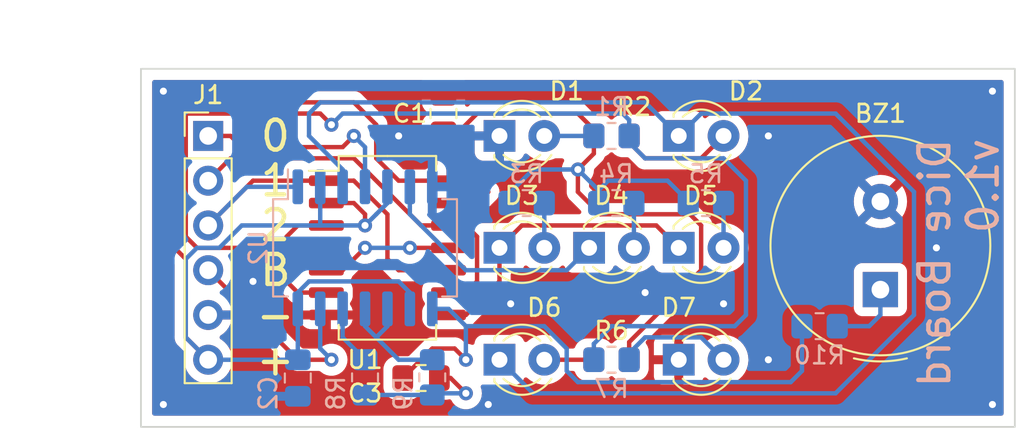
<source format=kicad_pcb>
(kicad_pcb (version 20211014) (generator pcbnew)
  (layers (0 "F.Cu" signal) (31 "B.Cu" signal) (34 "B.Paste" user) (35 "F.Paste" user) (36 "B.SilkS" user "B.Silkscreen") (37 "F.SilkS" user "F.Silkscreen") (38 "B.Mask" user) (39 "F.Mask" user) (44 "Edge.Cuts" user))
  (net 0 "")
  (net 1 "Net-(BZ1-Pad1)")
  (net 2 "GND")
  (net 3 "VCC")
  (net 4 "Net-(C3-Pad1)")
  (net 5 "Net-(C3-Pad2)")
  (net 6 "Net-(D1-Pad2)")
  (net 7 "/~{B}")
  (net 8 "Net-(D2-Pad2)")
  (net 9 "/~{C}")
  (net 10 "Net-(D3-Pad2)")
  (net 11 "/~{D}")
  (net 12 "Net-(D4-Pad2)")
  (net 13 "Net-(D5-Pad2)")
  (net 14 "Net-(D6-Pad2)")
  (net 15 "Net-(D7-Pad2)")
  (net 16 "/in1")
  (net 17 "/in2")
  (net 18 "/inB")
  (net 19 "/A")
  (net 20 "Net-(R8-Pad1)")
  (net 21 "Net-(R9-Pad1)")
  (net 22 "Net-(U1-Pad3)")
  (net 23 "Net-(U1-Pad11)")
  (net 24 "/in0")
  (footprint "LED_THT:LED_D3.0mm_Clear" (layer "F.Cu") (at 130.81 92.71)
    (fp_text reference "D3" (at 1.27 -2.96) (layer "F.SilkS"))
    (fp_text value "LED")
    (fp_line (start -0.29 -1.236) (end -0.29 -1.08) (layer "F.SilkS") (width 0.12))
    (fp_line (start -0.29 1.08) (end -0.29 1.236) (layer "F.SilkS") (width 0.12))
    (fp_arc (start 0.229039 -1.08) (mid 1.270117 -1.5) (end 2.31113 -1.079837) (layer "F.SilkS") (width 0.12))
    (fp_arc (start 2.942335 1.078608) (mid 1.366487 1.987659) (end -0.29 1.235516) (layer "F.SilkS") (width 0.12))
    (fp_arc (start -0.29 -1.235516) (mid 1.366487 -1.987659) (end 2.942335 -1.078608) (layer "F.SilkS") (width 0.12))
    (fp_arc (start 2.31113 1.079837) (mid 1.270117 1.5) (end 0.229039 1.08) (layer "F.SilkS") (width 0.12))
    (pad "1" thru_hole rect (at 0 0) (size 1.8 1.8) (drill 0.9) (layers *.Cu *.Mask) (net 9 "/~{C}"))
    (pad "2" thru_hole circle (at 2.54 0) (size 1.8 1.8) (drill 0.9) (layers *.Cu *.Mask) (net 10 "Net-(D3-Pad2)"))
  )
  (footprint "LED_THT:LED_D3.0mm_Clear" (layer "F.Cu") (at 140.97 86.36)
    (fp_text reference "D2" (at 3.81 -2.54) (layer "F.SilkS"))
    (fp_text value "LED")
    (fp_line (start -0.29 -1.236) (end -0.29 -1.08) (layer "F.SilkS") (width 0.12))
    (fp_line (start -0.29 1.08) (end -0.29 1.236) (layer "F.SilkS") (width 0.12))
    (fp_arc (start 0.229039 -1.08) (mid 1.270117 -1.5) (end 2.31113 -1.079837) (layer "F.SilkS") (width 0.12))
    (fp_arc (start -0.29 -1.235516) (mid 1.366487 -1.987659) (end 2.942335 -1.078608) (layer "F.SilkS") (width 0.12))
    (fp_arc (start 2.942335 1.078608) (mid 1.366487 1.987659) (end -0.29 1.235516) (layer "F.SilkS") (width 0.12))
    (fp_arc (start 2.31113 1.079837) (mid 1.270117 1.5) (end 0.229039 1.08) (layer "F.SilkS") (width 0.12))
    (pad "1" thru_hole rect (at 0 0) (size 1.8 1.8) (drill 0.9) (layers *.Cu *.Mask) (net 7 "/~{B}"))
    (pad "2" thru_hole circle (at 2.54 0) (size 1.8 1.8) (drill 0.9) (layers *.Cu *.Mask) (net 8 "Net-(D2-Pad2)"))
  )
  (footprint "LED_THT:LED_D3.0mm_Clear" (layer "F.Cu") (at 140.97 92.71)
    (fp_text reference "D5" (at 1.27 -2.96) (layer "F.SilkS"))
    (fp_text value "LED")
    (fp_line (start -0.29 -1.236) (end -0.29 -1.08) (layer "F.SilkS") (width 0.12))
    (fp_line (start -0.29 1.08) (end -0.29 1.236) (layer "F.SilkS") (width 0.12))
    (fp_arc (start 2.942335 1.078608) (mid 1.366487 1.987659) (end -0.29 1.235516) (layer "F.SilkS") (width 0.12))
    (fp_arc (start 0.229039 -1.08) (mid 1.270117 -1.5) (end 2.31113 -1.079837) (layer "F.SilkS") (width 0.12))
    (fp_arc (start -0.29 -1.235516) (mid 1.366487 -1.987659) (end 2.942335 -1.078608) (layer "F.SilkS") (width 0.12))
    (fp_arc (start 2.31113 1.079837) (mid 1.270117 1.5) (end 0.229039 1.08) (layer "F.SilkS") (width 0.12))
    (pad "1" thru_hole rect (at 0 0) (size 1.8 1.8) (drill 0.9) (layers *.Cu *.Mask) (net 9 "/~{C}"))
    (pad "2" thru_hole circle (at 2.54 0) (size 1.8 1.8) (drill 0.9) (layers *.Cu *.Mask) (net 13 "Net-(D5-Pad2)"))
  )
  (footprint "Resistor_SMD:R_0805_2012Metric_Pad1.20x1.40mm_HandSolder" (layer "F.Cu") (at 137.16 99.06 180)
    (fp_text reference "R6" (at 0 1.65) (layer "F.SilkS"))
    (fp_text value "R")
    (fp_line (start -0.227064 0.735) (end 0.227064 0.735) (layer "F.SilkS") (width 0.12))
    (fp_line (start -0.227064 -0.735) (end 0.227064 -0.735) (layer "F.SilkS") (width 0.12))
    (pad "1" smd roundrect (at -1 0 180) (size 1.2 1.4) (layers "F.Cu" "F.Paste" "F.Mask") (roundrect_rratio 0.2083333333) (net 3 "VCC"))
    (pad "2" smd roundrect (at 1 0 180) (size 1.2 1.4) (layers "F.Cu" "F.Paste" "F.Mask") (roundrect_rratio 0.2083333333) (net 14 "Net-(D6-Pad2)"))
  )
  (footprint "Buzzer_Beeper:Buzzer_TDK_PS1240P02BT_D12.2mm_H6.5mm" (layer "F.Cu") (at 152.4 95.080785 90)
    (fp_text reference "BZ1" (at 9.990785 0 180) (layer "F.SilkS"))
    (fp_text value "Buzzer")
    (fp_arc (start -3.9 1.499999) (mid -4.073431 -0.000001) (end -3.9 -1.5) (layer "F.SilkS") (width 0.12))
    (fp_circle (center 2.5 0) (end 8.73 0) (layer "F.SilkS") (width 0.12) (fill none))
    (pad "1" thru_hole rect (at 0 0 90) (size 2 2) (drill 1) (layers *.Cu *.Mask) (net 1 "Net-(BZ1-Pad1)"))
    (pad "2" thru_hole circle (at 5 0 90) (size 2 2) (drill 1) (layers *.Cu *.Mask) (net 2 "GND"))
  )
  (footprint "LED_THT:LED_D3.0mm_Clear" (layer "F.Cu") (at 140.97 99.06)
    (fp_text reference "D7" (at 0 -2.96) (layer "F.SilkS"))
    (fp_text value "LED")
    (fp_line (start -0.29 1.08) (end -0.29 1.236) (layer "F.SilkS") (width 0.12))
    (fp_line (start -0.29 -1.236) (end -0.29 -1.08) (layer "F.SilkS") (width 0.12))
    (fp_arc (start -0.29 -1.235516) (mid 1.366487 -1.987659) (end 2.942335 -1.078608) (layer "F.SilkS") (width 0.12))
    (fp_arc (start 2.31113 1.079837) (mid 1.270117 1.5) (end 0.229039 1.08) (layer "F.SilkS") (width 0.12))
    (fp_arc (start 2.942335 1.078608) (mid 1.366487 1.987659) (end -0.29 1.235516) (layer "F.SilkS") (width 0.12))
    (fp_arc (start 0.229039 -1.08) (mid 1.270117 -1.5) (end 2.31113 -1.079837) (layer "F.SilkS") (width 0.12))
    (pad "1" thru_hole rect (at 0 0) (size 1.8 1.8) (drill 0.9) (layers *.Cu *.Mask) (net 2 "GND"))
    (pad "2" thru_hole circle (at 2.54 0) (size 1.8 1.8) (drill 0.9) (layers *.Cu *.Mask) (net 15 "Net-(D7-Pad2)"))
  )
  (footprint "Resistor_SMD:R_0805_2012Metric_Pad1.20x1.40mm_HandSolder" (layer "F.Cu") (at 137.16 86.36)
    (fp_text reference "R2" (at 1.27 -1.65) (layer "F.SilkS"))
    (fp_text value "R")
    (fp_line (start -0.227064 0.735) (end 0.227064 0.735) (layer "F.SilkS") (width 0.12))
    (fp_line (start -0.227064 -0.735) (end 0.227064 -0.735) (layer "F.SilkS") (width 0.12))
    (pad "1" smd roundrect (at -1 0) (size 1.2 1.4) (layers "F.Cu" "F.Paste" "F.Mask") (roundrect_rratio 0.2083333333) (net 3 "VCC"))
    (pad "2" smd roundrect (at 1 0) (size 1.2 1.4) (layers "F.Cu" "F.Paste" "F.Mask") (roundrect_rratio 0.2083333333) (net 8 "Net-(D2-Pad2)"))
  )
  (footprint "LED_THT:LED_D3.0mm_Clear" (layer "F.Cu") (at 130.81 86.36)
    (fp_text reference "D1" (at 3.81 -2.54) (layer "F.SilkS"))
    (fp_text value "LED")
    (fp_line (start -0.29 -1.236) (end -0.29 -1.08) (layer "F.SilkS") (width 0.12))
    (fp_line (start -0.29 1.08) (end -0.29 1.236) (layer "F.SilkS") (width 0.12))
    (fp_arc (start -0.29 -1.235516) (mid 1.366487 -1.987659) (end 2.942335 -1.078608) (layer "F.SilkS") (width 0.12))
    (fp_arc (start 2.942335 1.078608) (mid 1.366487 1.987659) (end -0.29 1.235516) (layer "F.SilkS") (width 0.12))
    (fp_arc (start 0.229039 -1.08) (mid 1.270117 -1.5) (end 2.31113 -1.079837) (layer "F.SilkS") (width 0.12))
    (fp_arc (start 2.31113 1.079837) (mid 1.270117 1.5) (end 0.229039 1.08) (layer "F.SilkS") (width 0.12))
    (pad "1" thru_hole rect (at 0 0) (size 1.8 1.8) (drill 0.9) (layers *.Cu *.Mask) (net 2 "GND"))
    (pad "2" thru_hole circle (at 2.54 0) (size 1.8 1.8) (drill 0.9) (layers *.Cu *.Mask) (net 6 "Net-(D1-Pad2)"))
  )
  (footprint "LED_THT:LED_D3.0mm_Clear" (layer "F.Cu") (at 130.81 99.06)
    (fp_text reference "D6" (at 2.54 -2.96) (layer "F.SilkS"))
    (fp_text value "LED")
    (fp_line (start -0.29 1.08) (end -0.29 1.236) (layer "F.SilkS") (width 0.12))
    (fp_line (start -0.29 -1.236) (end -0.29 -1.08) (layer "F.SilkS") (width 0.12))
    (fp_arc (start 0.229039 -1.08) (mid 1.270117 -1.5) (end 2.31113 -1.079837) (layer "F.SilkS") (width 0.12))
    (fp_arc (start -0.29 -1.235516) (mid 1.366487 -1.987659) (end 2.942335 -1.078608) (layer "F.SilkS") (width 0.12))
    (fp_arc (start 2.942335 1.078608) (mid 1.366487 1.987659) (end -0.29 1.235516) (layer "F.SilkS") (width 0.12))
    (fp_arc (start 2.31113 1.079837) (mid 1.270117 1.5) (end 0.229039 1.08) (layer "F.SilkS") (width 0.12))
    (pad "1" thru_hole rect (at 0 0) (size 1.8 1.8) (drill 0.9) (layers *.Cu *.Mask) (net 7 "/~{B}"))
    (pad "2" thru_hole circle (at 2.54 0) (size 1.8 1.8) (drill 0.9) (layers *.Cu *.Mask) (net 14 "Net-(D6-Pad2)"))
  )
  (footprint "LED_THT:LED_D3.0mm_Clear" (layer "F.Cu") (at 135.89 92.71)
    (fp_text reference "D4" (at 1.27 -2.96) (layer "F.SilkS"))
    (fp_text value "LED")
    (fp_line (start -0.29 1.08) (end -0.29 1.236) (layer "F.SilkS") (width 0.12))
    (fp_line (start -0.29 -1.236) (end -0.29 -1.08) (layer "F.SilkS") (width 0.12))
    (fp_arc (start 0.229039 -1.08) (mid 1.270117 -1.5) (end 2.31113 -1.079837) (layer "F.SilkS") (width 0.12))
    (fp_arc (start 2.942335 1.078608) (mid 1.366487 1.987659) (end -0.29 1.235516) (layer "F.SilkS") (width 0.12))
    (fp_arc (start -0.29 -1.235516) (mid 1.366487 -1.987659) (end 2.942335 -1.078608) (layer "F.SilkS") (width 0.12))
    (fp_arc (start 2.31113 1.079837) (mid 1.270117 1.5) (end 0.229039 1.08) (layer "F.SilkS") (width 0.12))
    (pad "1" thru_hole rect (at 0 0) (size 1.8 1.8) (drill 0.9) (layers *.Cu *.Mask) (net 11 "/~{D}"))
    (pad "2" thru_hole circle (at 2.54 0) (size 1.8 1.8) (drill 0.9) (layers *.Cu *.Mask) (net 12 "Net-(D4-Pad2)"))
  )
  (footprint "Package_SO:SO-14_5.3x10.2mm_P1.27mm" (layer "F.Cu") (at 124.46 92.71)
    (fp_text reference "U1" (at -1.27 6.35) (layer "F.SilkS"))
    (fp_text value "74HC00")
    (fp_line (start -2.76 5.21) (end -2.76 4.37) (layer "F.SilkS") (width 0.12))
    (fp_line (start -2.76 -4.37) (end -4.45 -4.37) (layer "F.SilkS") (width 0.12))
    (fp_line (start 0 5.21) (end -2.76 5.21) (layer "F.SilkS") (width 0.12))
    (fp_line (start -2.76 -5.21) (end -2.76 -4.37) (layer "F.SilkS") (width 0.12))
    (fp_line (start 0 -5.21) (end -2.76 -5.21) (layer "F.SilkS") (width 0.12))
    (fp_line (start 0 5.21) (end 2.76 5.21) (layer "F.SilkS") (width 0.12))
    (fp_line (start 2.76 5.21) (end 2.76 4.37) (layer "F.SilkS") (width 0.12))
    (fp_line (start 0 -5.21) (end 2.76 -5.21) (layer "F.SilkS") (width 0.12))
    (fp_line (start 2.76 -5.21) (end 2.76 -4.37) (layer "F.SilkS") (width 0.12))
    (pad "1" smd roundrect (at -3.4625 -3.81) (size 1.975 0.6) (layers "F.Cu" "F.Paste" "F.Mask") (net 17 "/in2"))
    (pad "2" smd roundrect (at -3.4625 -2.54) (size 1.975 0.6) (layers "F.Cu" "F.Paste" "F.Mask") (net 3 "VCC"))
    (pad "3" smd roundrect (at -3.4625 -1.27) (size 1.975 0.6) (layers "F.Cu" "F.Paste" "F.Mask") (net 22 "Net-(U1-Pad3)"))
    (pad "4" smd roundrect (at -3.4625 0) (size 1.975 0.6) (layers "F.Cu" "F.Paste" "F.Mask") (net 22 "Net-(U1-Pad3)"))
    (pad "5" smd roundrect (at -3.4625 1.27) (size 1.975 0.6) (layers "F.Cu" "F.Paste" "F.Mask") (net 23 "Net-(U1-Pad11)"))
    (pad "6" smd roundrect (at -3.4625 2.54) (size 1.975 0.6) (layers "F.Cu" "F.Paste" "F.Mask") (net 19 "/A"))
    (pad "7" smd roundrect (at -3.4625 3.81) (size 1.975 0.6) (layers "F.Cu" "F.Paste" "F.Mask") (net 2 "GND"))
    (pad "8" smd roundrect (at 3.4625 3.81) (size 1.975 0.6) (layers "F.Cu" "F.Paste" "F.Mask") (net 9 "/~{C}"))
    (pad "9" smd roundrect (at 3.4625 2.54) (size 1.975 0.6) (layers "F.Cu" "F.Paste" "F.Mask") (net 16 "/in1"))
    (pad "10" smd roundrect (at 3.4625 1.27) (size 1.975 0.6) (layers "F.Cu" "F.Paste" "F.Mask") (net 17 "/in2"))
    (pad "11" smd roundrect (at 3.4625 0) (size 1.975 0.6) (layers "F.Cu" "F.Paste" "F.Mask") (net 23 "Net-(U1-Pad11)"))
    (pad "12" smd roundrect (at 3.4625 -1.27) (size 1.975 0.6) (layers "F.Cu" "F.Paste" "F.Mask") (net 16 "/in1"))
    (pad "13" smd roundrect (at 3.4625 -2.54) (size 1.975 0.6) (layers "F.Cu" "F.Paste" "F.Mask") (net 3 "VCC"))
    (pad "14" smd roundrect (at 3.4625 -3.81) (size 1.975 0.6) (layers "F.Cu" "F.Paste" "F.Mask") (net 3 "VCC"))
  )
  (footprint "Capacitor_SMD:C_0805_2012Metric_Pad1.18x1.45mm_HandSolder" (layer "F.Cu") (at 127.635 85.09 90)
    (fp_text reference "C1" (at 0 -1.905) (layer "F.SilkS"))
    (fp_text value "0.1u")
    (fp_line (start -0.261252 0.735) (end 0.261252 0.735) (layer "F.SilkS") (width 0.12))
    (fp_line (start -0.261252 -0.735) (end 0.261252 -0.735) (layer "F.SilkS") (width 0.12))
    (pad "1" smd roundrect (at -1.0375 0 90) (size 1.175 1.45) (layers "F.Cu" "F.Paste" "F.Mask") (roundrect_rratio 0.2127659574) (net 3 "VCC"))
    (pad "2" smd roundrect (at 1.0375 0 90) (size 1.175 1.45) (layers "F.Cu" "F.Paste" "F.Mask") (roundrect_rratio 0.2127659574) (net 2 "GND"))
  )
  (footprint "Connector_PinHeader_2.54mm:PinHeader_1x06_P2.54mm_Vertical" (layer "F.Cu") (at 114.3 86.36)
    (fp_text reference "J1" (at 0 -2.33) (layer "F.SilkS"))
    (fp_text value "Conn_01x06")
    (fp_line (start -1.33 0) (end -1.33 -1.33) (layer "F.SilkS") (width 0.12))
    (fp_line (start 1.33 1.27) (end 1.33 14.03) (layer "F.SilkS") (width 0.12))
    (fp_line (start -1.33 -1.33) (end 0 -1.33) (layer "F.SilkS") (width 0.12))
    (fp_line (start -1.33 1.27) (end 1.33 1.27) (layer "F.SilkS") (width 0.12))
    (fp_line (start -1.33 1.27) (end -1.33 14.03) (layer "F.SilkS") (width 0.12))
    (fp_line (start -1.33 14.03) (end 1.33 14.03) (layer "F.SilkS") (width 0.12))
    (pad "1" thru_hole rect (at 0 0) (size 1.7 1.7) (drill 1) (layers *.Cu *.Mask) (net 24 "/in0"))
    (pad "2" thru_hole oval (at 0 2.54) (size 1.7 1.7) (drill 1) (layers *.Cu *.Mask) (net 16 "/in1"))
    (pad "3" thru_hole oval (at 0 5.08) (size 1.7 1.7) (drill 1) (layers *.Cu *.Mask) (net 17 "/in2"))
    (pad "4" thru_hole oval (at 0 7.62) (size 1.7 1.7) (drill 1) (layers *.Cu *.Mask) (net 18 "/inB"))
    (pad "5" thru_hole oval (at 0 10.16) (size 1.7 1.7) (drill 1) (layers *.Cu *.Mask) (net 2 "GND"))
    (pad "6" thru_hole oval (at 0 12.7) (size 1.7 1.7) (drill 1) (layers *.Cu *.Mask) (net 3 "VCC"))
  )
  (footprint "Capacitor_SMD:C_0805_2012Metric_Pad1.18x1.45mm_HandSolder" (layer "F.Cu") (at 126.365 100.0975)
    (fp_text reference "C3" (at -3.175 0.8675) (layer "F.SilkS"))
    (fp_text value "0.1u")
    (fp_line (start -0.261252 -0.735) (end 0.261252 -0.735) (layer "F.SilkS") (width 0.12))
    (fp_line (start -0.261252 0.735) (end 0.261252 0.735) (layer "F.SilkS") (width 0.12))
    (pad "1" smd roundrect (at -1.0375 0) (size 1.175 1.45) (layers "F.Cu" "F.Paste" "F.Mask") (roundrect_rratio 0.2127659574) (net 4 "Net-(C3-Pad1)"))
    (pad "2" smd roundrect (at 1.0375 0) (size 1.175 1.45) (layers "F.Cu" "F.Paste" "F.Mask") (roundrect_rratio 0.2127659574) (net 5 "Net-(C3-Pad2)"))
  )
  (footprint "Resistor_SMD:R_0805_2012Metric_Pad1.20x1.40mm_HandSolder" (layer "B.Cu") (at 142.51 90.17)
    (fp_text reference "R5" (at 0 -1.65) (layer "B.SilkS") (effects (justify mirror)))
    (fp_text value "R")
    (fp_line (start -0.227064 0.735) (end 0.227064 0.735) (layer "B.SilkS") (width 0.12))
    (fp_line (start -0.227064 -0.735) (end 0.227064 -0.735) (layer "B.SilkS") (width 0.12))
    (pad "1" smd roundrect (at -1 0) (size 1.2 1.4) (layers "B.Cu" "B.Paste" "B.Mask") (roundrect_rratio 0.2083333333) (net 3 "VCC"))
    (pad "2" smd roundrect (at 1 0) (size 1.2 1.4) (layers "B.Cu" "B.Paste" "B.Mask") (roundrect_rratio 0.2083333333) (net 13 "Net-(D5-Pad2)"))
  )
  (footprint "Package_SO:SO-14_5.3x10.2mm_P1.27mm" (layer "B.Cu") (at 123.19 92.71 -90)
    (fp_text reference "U2" (at 0 6.05 90) (layer "B.SilkS") (effects (justify mirror)))
    (fp_text value "74HC00")
    (fp_line (start -2.76 4.37) (end -4.45 4.37) (layer "B.SilkS") (width 0.12))
    (fp_line (start -2.76 5.21) (end -2.76 4.37) (layer "B.SilkS") (width 0.12))
    (fp_line (start 0 -5.21) (end 2.76 -5.21) (layer "B.SilkS") (width 0.12))
    (fp_line (start 0 5.21) (end -2.76 5.21) (layer "B.SilkS") (width 0.12))
    (fp_line (start 2.76 -5.21) (end 2.76 -4.37) (layer "B.SilkS") (width 0.12))
    (fp_line (start 2.76 5.21) (end 2.76 4.37) (layer "B.SilkS") (width 0.12))
    (fp_line (start 0 -5.21) (end -2.76 -5.21) (layer "B.SilkS") (width 0.12))
    (fp_line (start 0 5.21) (end 2.76 5.21) (layer "B.SilkS") (width 0.12))
    (fp_line (start -2.76 -5.21) (end -2.76 -4.37) (layer "B.SilkS") (width 0.12))
    (pad "1" smd roundrect (at -3.4625 3.81 270) (size 1.975 0.6) (layers "B.Cu" "B.Paste" "B.Mask") (net 17 "/in2"))
    (pad "2" smd roundrect (at -3.4625 2.54 270) (size 1.975 0.6) (layers "B.Cu" "B.Paste" "B.Mask") (net 3 "VCC"))
    (pad "3" smd roundrect (at -3.4625 1.27 270) (size 1.975 0.6) (layers "B.Cu" "B.Paste" "B.Mask") (net 7 "/~{B}"))
    (pad "4" smd roundrect (at -3.4625 0 270) (size 1.975 0.6) (layers "B.Cu" "B.Paste" "B.Mask") (net 24 "/in0"))
    (pad "5" smd roundrect (at -3.4625 -1.27 270) (size 1.975 0.6) (layers "B.Cu" "B.Paste" "B.Mask") (net 3 "VCC"))
    (pad "6" smd roundrect (at -3.4625 -2.54 270) (size 1.975 0.6) (layers "B.Cu" "B.Paste" "B.Mask") (net 11 "/~{D}"))
    (pad "7" smd roundrect (at -3.4625 -3.81 270) (size 1.975 0.6) (layers "B.Cu" "B.Paste" "B.Mask") (net 2 "GND"))
    (pad "8" smd roundrect (at 3.4625 -3.81 270) (size 1.975 0.6) (layers "B.Cu" "B.Paste" "B.Mask") (net 4 "Net-(C3-Pad1)"))
    (pad "9" smd roundrect (at 3.4625 -2.54 270) (size 1.975 0.6) (layers "B.Cu" "B.Paste" "B.Mask") (net 3 "VCC"))
    (pad "10" smd roundrect (at 3.4625 -1.27 270) (size 1.975 0.6) (layers "B.Cu" "B.Paste" "B.Mask") (net 21 "Net-(R9-Pad1)"))
    (pad "11" smd roundrect (at 3.4625 0 270) (size 1.975 0.6) (layers "B.Cu" "B.Paste" "B.Mask") (net 21 "Net-(R9-Pad1)"))
    (pad "12" smd roundrect (at 3.4625 1.27 270) (size 1.975 0.6) (layers "B.Cu" "B.Paste" "B.Mask") (net 20 "Net-(R8-Pad1)"))
    (pad "13" smd roundrect (at 3.4625 2.54 270) (size 1.975 0.6) (layers "B.Cu" "B.Paste" "B.Mask") (net 18 "/inB"))
    (pad "14" smd roundrect (at 3.4625 3.81 270) (size 1.975 0.6) (layers "B.Cu" "B.Paste" "B.Mask") (net 3 "VCC"))
  )
  (footprint "Resistor_SMD:R_0805_2012Metric_Pad1.20x1.40mm_HandSolder" (layer "B.Cu") (at 137.43 90.17)
    (fp_text reference "R4" (at 0 -1.65) (layer "B.SilkS") (effects (justify mirror)))
    (fp_text value "R")
    (fp_line (start -0.227064 0.735) (end 0.227064 0.735) (layer "B.SilkS") (width 0.12))
    (fp_line (start -0.227064 -0.735) (end 0.227064 -0.735) (layer "B.SilkS") (width 0.12))
    (pad "1" smd roundrect (at -1 0) (size 1.2 1.4) (layers "B.Cu" "B.Paste" "B.Mask") (roundrect_rratio 0.2083333333) (net 3 "VCC"))
    (pad "2" smd roundrect (at 1 0) (size 1.2 1.4) (layers "B.Cu" "B.Paste" "B.Mask") (roundrect_rratio 0.2083333333) (net 12 "Net-(D4-Pad2)"))
  )
  (footprint "Capacitor_SMD:C_0805_2012Metric_Pad1.18x1.45mm_HandSolder" (layer "B.Cu") (at 119.38 100.0975 -90)
    (fp_text reference "C2" (at 0.8675 1.68 90) (layer "B.SilkS") (effects (justify mirror)))
    (fp_text value "0.1u")
    (fp_line (start -0.261252 0.735) (end 0.261252 0.735) (layer "B.SilkS") (width 0.12))
    (fp_line (start -0.261252 -0.735) (end 0.261252 -0.735) (layer "B.SilkS") (width 0.12))
    (pad "1" smd roundrect (at -1.0375 0 270) (size 1.175 1.45) (layers "B.Cu" "B.Paste" "B.Mask") (roundrect_rratio 0.2127659574) (net 3 "VCC"))
    (pad "2" smd roundrect (at 1.0375 0 270) (size 1.175 1.45) (layers "B.Cu" "B.Paste" "B.Mask") (roundrect_rratio 0.2127659574) (net 2 "GND"))
  )
  (footprint "Resistor_SMD:R_0805_2012Metric_Pad1.20x1.40mm_HandSolder" (layer "B.Cu") (at 137.16 86.36 180)
    (fp_text reference "R1" (at 0 1.65) (layer "B.SilkS") (effects (justify mirror)))
    (fp_text value "R")
    (fp_line (start -0.227064 0.735) (end 0.227064 0.735) (layer "B.SilkS") (width 0.12))
    (fp_line (start -0.227064 -0.735) (end 0.227064 -0.735) (layer "B.SilkS") (width 0.12))
    (pad "1" smd roundrect (at -1 0 180) (size 1.2 1.4) (layers "B.Cu" "B.Paste" "B.Mask") (roundrect_rratio 0.2083333333) (net 19 "/A"))
    (pad "2" smd roundrect (at 1 0 180) (size 1.2 1.4) (layers "B.Cu" "B.Paste" "B.Mask") (roundrect_rratio 0.2083333333) (net 6 "Net-(D1-Pad2)"))
  )
  (footprint "Resistor_SMD:R_0805_2012Metric_Pad1.20x1.40mm_HandSolder" (layer "B.Cu") (at 137.16 99.06)
    (fp_text reference "R7" (at 0 1.65) (layer "B.SilkS") (effects (justify mirror)))
    (fp_text value "R")
    (fp_line (start -0.227064 -0.735) (end 0.227064 -0.735) (layer "B.SilkS") (width 0.12))
    (fp_line (start -0.227064 0.735) (end 0.227064 0.735) (layer "B.SilkS") (width 0.12))
    (pad "1" smd roundrect (at -1 0) (size 1.2 1.4) (layers "B.Cu" "B.Paste" "B.Mask") (roundrect_rratio 0.2083333333) (net 19 "/A"))
    (pad "2" smd roundrect (at 1 0) (size 1.2 1.4) (layers "B.Cu" "B.Paste" "B.Mask") (roundrect_rratio 0.2083333333) (net 15 "Net-(D7-Pad2)"))
  )
  (footprint "Resistor_SMD:R_0805_2012Metric_Pad1.20x1.40mm_HandSolder" (layer "B.Cu") (at 148.955 97.155)
    (fp_text reference "R10" (at 0 1.65) (layer "B.SilkS") (effects (justify mirror)))
    (fp_text value "2k")
    (fp_line (start -0.227064 -0.735) (end 0.227064 -0.735) (layer "B.SilkS") (width 0.12))
    (fp_line (start -0.227064 0.735) (end 0.227064 0.735) (layer "B.SilkS") (width 0.12))
    (pad "1" smd roundrect (at -1 0) (size 1.2 1.4) (layers "B.Cu" "B.Paste" "B.Mask") (roundrect_rratio 0.2083333333) (net 4 "Net-(C3-Pad1)"))
    (pad "2" smd roundrect (at 1 0) (size 1.2 1.4) (layers "B.Cu" "B.Paste" "B.Mask") (roundrect_rratio 0.2083333333) (net 1 "Net-(BZ1-Pad1)"))
  )
  (footprint "Resistor_SMD:R_0805_2012Metric_Pad1.20x1.40mm_HandSolder" (layer "B.Cu") (at 127 100.06 -90)
    (fp_text reference "R9" (at 0.905 1.65 90) (layer "B.SilkS") (effects (justify mirror)))
    (fp_text value "3.9k")
    (fp_line (start -0.227064 -0.735) (end 0.227064 -0.735) (layer "B.SilkS") (width 0.12))
    (fp_line (start -0.227064 0.735) (end 0.227064 0.735) (layer "B.SilkS") (width 0.12))
    (pad "1" smd roundrect (at -1 0 270) (size 1.2 1.4) (layers "B.Cu" "B.Paste" "B.Mask") (roundrect_rratio 0.2083333333) (net 21 "Net-(R9-Pad1)"))
    (pad "2" smd roundrect (at 1 0 270) (size 1.2 1.4) (layers "B.Cu" "B.Paste" "B.Mask") (roundrect_rratio 0.2083333333) (net 5 "Net-(C3-Pad2)"))
  )
  (footprint "Resistor_SMD:R_0805_2012Metric_Pad1.20x1.40mm_HandSolder" (layer "B.Cu") (at 132.35 90.17)
    (fp_text reference "R3" (at 0 -1.65) (layer "B.SilkS") (effects (justify mirror)))
    (fp_text value "R")
    (fp_line (start -0.227064 0.735) (end 0.227064 0.735) (layer "B.SilkS") (width 0.12))
    (fp_line (start -0.227064 -0.735) (end 0.227064 -0.735) (layer "B.SilkS") (width 0.12))
    (pad "1" smd roundrect (at -1 0) (size 1.2 1.4) (layers "B.Cu" "B.Paste" "B.Mask") (roundrect_rratio 0.2083333333) (net 3 "VCC"))
    (pad "2" smd roundrect (at 1 0) (size 1.2 1.4) (layers "B.Cu" "B.Paste" "B.Mask") (roundrect_rratio 0.2083333333) (net 10 "Net-(D3-Pad2)"))
  )
  (footprint "Resistor_SMD:R_0805_2012Metric_Pad1.20x1.40mm_HandSolder" (layer "B.Cu") (at 123.19 100.06 -90)
    (fp_text reference "R8" (at 0.905 1.65 90) (layer "B.SilkS") (effects (justify mirror)))
    (fp_text value "10k")
    (fp_line (start -0.227064 0.735) (end 0.227064 0.735) (layer "B.SilkS") (width 0.12))
    (fp_line (start -0.227064 -0.735) (end 0.227064 -0.735) (layer "B.SilkS") (width 0.12))
    (pad "1" smd roundrect (at -1 0 270) (size 1.2 1.4) (layers "B.Cu" "B.Paste" "B.Mask") (roundrect_rratio 0.2083333333) (net 20 "Net-(R8-Pad1)"))
    (pad "2" smd roundrect (at 1 0 270) (size 1.2 1.4) (layers "B.Cu" "B.Paste" "B.Mask") (roundrect_rratio 0.2083333333) (net 5 "Net-(C3-Pad2)"))
  )
  (gr_rect (start 110.49 82.55) (end 160.02 102.87) (layer "Edge.Cuts") (width 0.1) (fill none))
  (gr_text "Dice Board\nv1.0" (at 156.845 86.36 90) (layer "B.SilkS") (effects (font (size 1.7 1.7) (thickness 0.25)) (justify left mirror)))
  (gr_text "1" (at 118.11 88.9) (layer "F.SilkS") (effects (font (size 1.7 1.7) (thickness 0.25))))
  (gr_text "-" (at 118.11 96.52) (layer "F.SilkS") (effects (font (size 1.7 1.7) (thickness 0.25))))
  (gr_text "+" (at 118.11 99.06) (layer "F.SilkS") (effects (font (size 1.7 1.7) (thickness 0.25))))
  (gr_text "2" (at 118.11 91.44) (layer "F.SilkS") (effects (font (size 1.7 1.7) (thickness 0.25))))
  (gr_text "B" (at 118.11 93.98) (layer "F.SilkS") (effects (font (size 1.7 1.7) (thickness 0.25))))
  (gr_text "0" (at 118.11 86.36) (layer "F.SilkS") (effects (font (size 1.7 1.7) (thickness 0.25))))
  (segment (start 152.4 96.52) (end 152.4 95.080785) (width 0.25) (layer "B.Cu") (net 1))
  (segment (start 149.955 97.155) (end 151.765 97.155) (width 0.25) (layer "B.Cu") (net 1))
  (segment (start 151.765 97.155) (end 152.4 96.52) (width 0.25) (layer "B.Cu") (net 1))
  (via (at 111.76 101.6) (size 0.8) (drill 0.4) (layers "F.Cu" "B.Cu") (net 2))
  (via (at 139.065 95.25) (size 0.8) (drill 0.4) (layers "F.Cu" "B.Cu") (net 2))
  (via (at 125.095 86.36) (size 0.8) (drill 0.4) (layers "F.Cu" "B.Cu") (net 2))
  (via (at 130.175 101.6) (size 0.8) (drill 0.4) (layers "F.Cu" "B.Cu") (net 2))
  (via (at 116.84 94.615) (size 0.8) (drill 0.4) (layers "F.Cu" "B.Cu") (net 2))
  (via (at 143.51 95.885) (size 0.8) (drill 0.4) (layers "F.Cu" "B.Cu") (net 2))
  (via (at 146.05 99.06) (size 0.8) (drill 0.4) (layers "F.Cu" "B.Cu") (net 2))
  (via (at 111.76 83.82) (size 0.8) (drill 0.4) (layers "F.Cu" "B.Cu") (net 2))
  (via (at 158.75 83.82) (size 0.8) (drill 0.4) (layers "F.Cu" "B.Cu") (net 2))
  (via (at 155.575 92.71) (size 0.8) (drill 0.4) (layers "F.Cu" "B.Cu") (net 2))
  (via (at 158.75 101.6) (size 0.8) (drill 0.4) (layers "F.Cu" "B.Cu") (net 2))
  (via (at 146.05 86.36) (size 0.8) (drill 0.4) (layers "F.Cu" "B.Cu") (net 2))
  (via (at 131.445 95.885) (size 0.8) (drill 0.4) (layers "F.Cu" "B.Cu") (net 2))
  (segment (start 112.395 84.455) (end 122.555 84.455) (width 0.25) (layer "F.Cu") (net 3))
  (segment (start 120.9975 90.17) (end 122.555 90.17) (width 0.25) (layer "F.Cu") (net 3))
  (segment (start 122.555 84.455) (end 123.825 85.725) (width 0.25) (layer "F.Cu") (net 3))
  (segment (start 128.5025 86.1275) (end 129.54 85.09) (width 0.25) (layer "F.Cu") (net 3))
  (segment (start 112.395 92.71) (end 113.03 93.345) (width 0.25) (layer "F.Cu") (net 3))
  (segment (start 142.24 91.44) (end 142.24 93.98) (width 0.25) (layer "F.Cu") (net 3))
  (segment (start 127.635 86.1275) (end 128.5025 86.1275) (width 0.25) (layer "F.Cu") (net 3))
  (segment (start 135.255 85.09) (end 136.16 85.995) (width 0.25) (layer "F.Cu") (net 3))
  (segment (start 129.54 90.17) (end 127.9225 90.17) (width 0.25) (layer "F.Cu") (net 3))
  (segment (start 112.395 84.455) (end 112.395 92.71) (width 0.25) (layer "F.Cu") (net 3))
  (segment (start 122.555 90.17) (end 123.19 90.805) (width 0.25) (layer "F.Cu") (net 3))
  (segment (start 127.9225 88.9) (end 129.54 88.9) (width 0.25) (layer "F.Cu") (net 3))
  (segment (start 123.825 85.725) (end 123.825 87.63) (width 0.25) (layer "F.Cu") (net 3))
  (segment (start 123.19 90.805) (end 123.19 91.44) (width 0.25) (layer "F.Cu") (net 3))
  (segment (start 129.54 85.09) (end 135.255 85.09) (width 0.25) (layer "F.Cu") (net 3))
  (segment (start 135.255 88.265) (end 136.16 87.36) (width 0.25) (layer "F.Cu") (net 3))
  (segment (start 136.16 85.995) (end 136.16 86.36) (width 0.25) (layer "F.Cu") (net 3))
  (segment (start 114.3 99.06) (end 113.03 97.79) (width 0.25) (layer "F.Cu") (net 3))
  (segment (start 129.54 88.9) (end 130.175 89.535) (width 0.25) (layer "F.Cu") (net 3))
  (segment (start 127.9225 86.415) (end 127.635 86.1275) (width 0.25) (layer "F.Cu") (net 3))
  (segment (start 135.255 89.535) (end 135.255 88.265) (width 0.25) (layer "F.Cu") (net 3))
  (segment (start 125.095 88.9) (end 127.9225 88.9) (width 0.25) (layer "F.Cu") (net 3))
  (segment (start 138.16 99.06) (end 138.16 98.06) (width 0.25) (layer "F.Cu") (net 3))
  (segment (start 130.175 89.535) (end 129.54 90.17) (width 0.25) (layer "F.Cu") (net 3))
  (segment (start 136.525 90.805) (end 141.605 90.805) (width 0.25) (layer "F.Cu") (net 3))
  (segment (start 136.16 87.36) (end 136.16 86.36) (width 0.25) (layer "F.Cu") (net 3))
  (segment (start 123.825 87.63) (end 125.095 88.9) (width 0.25) (layer "F.Cu") (net 3))
  (segment (start 113.03 93.345) (end 113.03 97.79) (width 0.25) (layer "F.Cu") (net 3))
  (segment (start 136.525 90.805) (end 135.255 89.535) (width 0.25) (layer "F.Cu") (net 3))
  (segment (start 141.605 90.805) (end 142.24 91.44) (width 0.25) (layer "F.Cu") (net 3))
  (segment (start 142.24 93.98) (end 138.16 98.06) (width 0.25) (layer "F.Cu") (net 3))
  (segment (start 127.9225 88.9) (end 127.9225 86.415) (width 0.25) (layer "F.Cu") (net 3))
  (via (at 123.19 91.44) (size 0.8) (drill 0.4) (layers "F.Cu" "B.Cu") (net 3))
  (via (at 135.255 88.265) (size 0.8) (drill 0.4) (layers "F.Cu" "B.Cu") (net 3))
  (segment (start 120.015 94.615) (end 119.38 95.25) (width 0.25) (layer "B.Cu") (net 3))
  (segment (start 136.43 89.44) (end 135.255 88.265) (width 0.25) (layer "B.Cu") (net 3))
  (segment (start 136.97 88.9) (end 140.335 88.9) (width 0.25) (layer "B.Cu") (net 3))
  (segment (start 119.38 99.06) (end 119.38 96.1725) (width 0.25) (layer "B.Cu") (net 3))
  (segment (start 113.03 97.79) (end 114.3 99.06) (width 0.25) (layer "B.Cu") (net 3))
  (segment (start 141.51 90.17) (end 141.51 90.075) (width 0.25) (layer "B.Cu") (net 3))
  (segment (start 123.825 90.805) (end 124.46 90.17) (width 0.25) (layer "B.Cu") (net 3))
  (segment (start 114.935 92.71) (end 113.665 92.71) (width 0.25) (layer "B.Cu") (net 3))
  (segment (start 124.46 90.17) (end 124.46 89.2475) (width 0.25) (layer "B.Cu") (net 3))
  (segment (start 120.65 89.2475) (end 120.65 91.44) (width 0.25) (layer "B.Cu") (net 3))
  (segment (start 120.65 91.44) (end 116.205 91.44) (width 0.25) (layer "B.Cu") (net 3))
  (segment (start 135.255 88.265) (end 132.715 88.265) (width 0.25) (layer "B.Cu") (net 3))
  (segment (start 123.825 90.805) (end 123.19 91.44) (width 0.25) (layer "B.Cu") (net 3))
  (segment (start 119.38 99.06) (end 114.3 99.06) (width 0.25) (layer "B.Cu") (net 3))
  (segment (start 113.665 92.71) (end 113.03 93.345) (width 0.25) (layer "B.Cu") (net 3))
  (segment (start 136.43 89.44) (end 136.97 88.9) (width 0.25) (layer "B.Cu") (net 3))
  (segment (start 141.51 90.075) (end 140.335 88.9) (width 0.25) (layer "B.Cu") (net 3))
  (segment (start 131.35 89.63) (end 131.35 90.17) (width 0.25) (layer "B.Cu") (net 3))
  (segment (start 125.73 95.25) (end 125.095 94.615) (width 0.25) (layer "B.Cu") (net 3))
  (segment (start 125.095 94.615) (end 120.015 94.615) (width 0.25) (layer "B.Cu") (net 3))
  (segment (start 113.03 93.345) (end 113.03 97.79) (width 0.25) (layer "B.Cu") (net 3))
  (segment (start 123.19 91.44) (end 120.65 91.44) (width 0.25) (layer "B.Cu") (net 3))
  (segment (start 136.43 90.17) (end 136.43 89.44) (width 0.25) (layer "B.Cu") (net 3))
  (segment (start 125.73 96.1725) (end 125.73 95.25) (width 0.25) (layer "B.Cu") (net 3))
  (segment (start 116.205 91.44) (end 114.935 92.71) (width 0.25) (layer "B.Cu") (net 3))
  (segment (start 132.715 88.265) (end 131.35 89.63) (width 0.25) (layer "B.Cu") (net 3))
  (segment (start 119.38 95.25) (end 119.38 96.1725) (width 0.25) (layer "B.Cu") (net 3))
  (segment (start 128.27 98.425) (end 128.905 99.06) (width 0.25) (layer "F.Cu") (net 4))
  (segment (start 127 98.425) (end 128.27 98.425) (width 0.25) (layer "F.Cu") (net 4))
  (segment (start 125.3275 100.0975) (end 127 98.425) (width 0.25) (layer "F.Cu") (net 4))
  (via (at 128.905 99.06) (size 0.8) (drill 0.4) (layers "F.Cu" "B.Cu") (net 4))
  (segment (start 128.905 97.155) (end 128.905 99.06) (width 0.25) (layer "B.Cu") (net 4))
  (segment (start 127.9225 96.1725) (end 128.905 97.155) (width 0.25) (layer "B.Cu") (net 4))
  (segment (start 147.955 99.695) (end 147.32 100.33) (width 0.25) (layer "B.Cu") (net 4))
  (segment (start 147.955 97.155) (end 147.955 99.695) (width 0.25) (layer "B.Cu") (net 4))
  (segment (start 147.32 100.33) (end 135.255 100.33) (width 0.25) (layer "B.Cu") (net 4))
  (segment (start 127 96.1725) (end 127.9225 96.1725) (width 0.25) (layer "B.Cu") (net 4))
  (segment (start 134.62 98.425) (end 133.35 97.155) (width 0.25) (layer "B.Cu") (net 4))
  (segment (start 135.255 100.33) (end 134.62 99.695) (width 0.25) (layer "B.Cu") (net 4))
  (segment (start 133.35 97.155) (end 128.905 97.155) (width 0.25) (layer "B.Cu") (net 4))
  (segment (start 134.62 99.695) (end 134.62 98.425) (width 0.25) (layer "B.Cu") (net 4))
  (segment (start 128.0375 100.0975) (end 128.905 100.965) (width 0.25) (layer "F.Cu") (net 5))
  (segment (start 127.4025 100.0975) (end 128.0375 100.0975) (width 0.25) (layer "F.Cu") (net 5))
  (via (at 128.905 100.965) (size 0.8) (drill 0.4) (layers "F.Cu" "B.Cu") (net 5))
  (segment (start 127.095 100.965) (end 127 101.06) (width 0.25) (layer "B.Cu") (net 5))
  (segment (start 123.19 101.06) (end 127 101.06) (width 0.25) (layer "B.Cu") (net 5))
  (segment (start 128.905 100.965) (end 127.095 100.965) (width 0.25) (layer "B.Cu") (net 5))
  (segment (start 136.16 86.36) (end 133.35 86.36) (width 0.25) (layer "B.Cu") (net 6))
  (segment (start 149.86 100.965) (end 132.715 100.965) (width 0.25) (layer "B.Cu") (net 7))
  (segment (start 120.015 85.09) (end 120.015 86.36) (width 0.25) (layer "B.Cu") (net 7))
  (segment (start 121.92 88.265) (end 121.92 89.2475) (width 0.25) (layer "B.Cu") (net 7))
  (segment (start 120.65 84.455) (end 120.015 85.09) (width 0.25) (layer "B.Cu") (net 7))
  (segment (start 154.305 89.535) (end 154.305 96.52) (width 0.25) (layer "B.Cu") (net 7))
  (segment (start 154.305 96.52) (end 149.86 100.965) (width 0.25) (layer "B.Cu") (net 7))
  (segment (start 140.97 86.36) (end 142.24 85.09) (width 0.25) (layer "B.Cu") (net 7))
  (segment (start 120.015 86.36) (end 121.92 88.265) (width 0.25) (layer "B.Cu") (net 7))
  (segment (start 142.24 85.09) (end 149.86 85.09) (width 0.25) (layer "B.Cu") (net 7))
  (segment (start 132.715 100.965) (end 130.81 99.06) (width 0.25) (layer "B.Cu") (net 7))
  (segment (start 139.065 84.455) (end 120.65 84.455) (width 0.25) (layer "B.Cu") (net 7))
  (segment (start 140.97 86.36) (end 139.065 84.455) (width 0.25) (layer "B.Cu") (net 7))
  (segment (start 149.86 85.09) (end 154.305 89.535) (width 0.25) (layer "B.Cu") (net 7))
  (segment (start 142.24 87.63) (end 139.065 87.63) (width 0.25) (layer "F.Cu") (net 8))
  (segment (start 143.51 86.36) (end 142.24 87.63) (width 0.25) (layer "F.Cu") (net 8))
  (segment (start 139.065 87.63) (end 138.16 86.725) (width 0.25) (layer "F.Cu") (net 8))
  (segment (start 138.16 86.725) (end 138.16 86.36) (width 0.25) (layer "F.Cu") (net 8))
  (segment (start 139.7 91.44) (end 140.97 92.71) (width 0.25) (layer "F.Cu") (net 9))
  (segment (start 127.9225 96.52) (end 128.905 96.52) (width 0.25) (layer "F.Cu") (net 9))
  (segment (start 130.81 92.71) (end 132.08 91.44) (width 0.25) (layer "F.Cu") (net 9))
  (segment (start 132.08 91.44) (end 139.7 91.44) (width 0.25) (layer "F.Cu") (net 9))
  (segment (start 128.905 96.52) (end 130.81 94.615) (width 0.25) (layer "F.Cu") (net 9))
  (segment (start 130.81 94.615) (end 130.81 92.71) (width 0.25) (layer "F.Cu") (net 9))
  (segment (start 133.35 90.17) (end 133.35 92.71) (width 0.25) (layer "B.Cu") (net 10))
  (segment (start 134.62 93.98) (end 128.905 93.98) (width 0.25) (layer "B.Cu") (net 11))
  (segment (start 135.89 92.71) (end 134.62 93.98) (width 0.25) (layer "B.Cu") (net 11))
  (segment (start 125.73 90.805) (end 125.73 89.2475) (width 0.25) (layer "B.Cu") (net 11))
  (segment (start 128.905 93.98) (end 125.73 90.805) (width 0.25) (layer "B.Cu") (net 11))
  (segment (start 138.43 90.17) (end 138.43 92.71) (width 0.25) (layer "B.Cu") (net 12))
  (segment (start 143.51 90.17) (end 143.51 92.71) (width 0.25) (layer "B.Cu") (net 13))
  (segment (start 133.35 99.06) (end 136.16 99.06) (width 0.25) (layer "F.Cu") (net 14))
  (segment (start 138.16 98.695) (end 138.16 99.06) (width 0.25) (layer "B.Cu") (net 15))
  (segment (start 143.51 99.06) (end 142.24 97.79) (width 0.25) (layer "B.Cu") (net 15))
  (segment (start 142.24 97.79) (end 139.065 97.79) (width 0.25) (layer "B.Cu") (net 15))
  (segment (start 139.065 97.79) (end 138.16 98.695) (width 0.25) (layer "B.Cu") (net 15))
  (segment (start 129.54 92.075) (end 129.54 94.615) (width 0.25) (layer "F.Cu") (net 16))
  (segment (start 115.57 87.63) (end 122.555 87.63) (width 0.25) (layer "F.Cu") (net 16))
  (segment (start 114.3 88.9) (end 115.57 87.63) (width 0.25) (layer "F.Cu") (net 16))
  (segment (start 128.905 95.25) (end 127.9225 95.25) (width 0.25) (layer "F.Cu") (net 16))
  (segment (start 128.905 91.44) (end 129.54 92.075) (width 0.25) (layer "F.Cu") (net 16))
  (segment (start 122.555 87.63) (end 126.365 91.44) (width 0.25) (layer "F.Cu") (net 16))
  (segment (start 127.9225 91.44) (end 128.905 91.44) (width 0.25) (layer "F.Cu") (net 16))
  (segment (start 126.365 91.44) (end 127.9225 91.44) (width 0.25) (layer "F.Cu") (net 16))
  (segment (start 129.54 94.615) (end 128.905 95.25) (width 0.25) (layer "F.Cu") (net 16))
  (segment (start 114.3 91.44) (end 116.84 88.9) (width 0.25) (layer "F.Cu") (net 17))
  (segment (start 124.46 93.345) (end 125.095 93.98) (width 0.25) (layer "F.Cu") (net 17))
  (segment (start 125.095 93.98) (end 127.9225 93.98) (width 0.25) (layer "F.Cu") (net 17))
  (segment (start 124.46 90.805) (end 124.46 93.345) (width 0.25) (layer "F.Cu") (net 17))
  (segment (start 116.84 88.9) (end 120.9975 88.9) (width 0.25) (layer "F.Cu") (net 17))
  (segment (start 122.555 88.9) (end 124.46 90.805) (width 0.25) (layer "F.Cu") (net 17))
  (segment (start 120.9975 88.9) (end 122.555 88.9) (width 0.25) (layer "F.Cu") (net 17))
  (segment (start 116.4925 89.2475) (end 119.38 89.2475) (width 0.25) (layer "B.Cu") (net 17))
  (segment (start 114.3 91.44) (end 116.4925 89.2475) (width 0.25) (layer "B.Cu") (net 17))
  (segment (start 114.3 93.98) (end 119.38 99.06) (width 0.25) (layer "F.Cu") (net 18))
  (segment (start 119.38 99.06) (end 121.285 99.06) (width 0.25) (layer "F.Cu") (net 18))
  (via (at 121.285 99.06) (size 0.8) (drill 0.4) (layers "F.Cu" "B.Cu") (net 18))
  (segment (start 120.65 96.1725) (end 120.65 98.425) (width 0.25) (layer "B.Cu") (net 18))
  (segment (start 120.65 98.425) (end 121.285 99.06) (width 0.25) (layer "B.Cu") (net 18))
  (segment (start 121.285 85.725) (end 120.65 85.09) (width 0.25) (layer "F.Cu") (net 19))
  (segment (start 120.65 85.09) (end 113.03 85.09) (width 0.25) (layer "F.Cu") (net 19))
  (segment (start 119.38 95.25) (end 120.9975 95.25) (width 0.25) (layer "F.Cu") (net 19))
  (segment (start 113.665 92.71) (end 116.84 92.71) (width 0.25) (layer "F.Cu") (net 19))
  (segment (start 116.84 92.71) (end 119.38 95.25) (width 0.25) (layer "F.Cu") (net 19))
  (segment (start 113.03 92.075) (end 113.03 85.09) (width 0.25) (layer "F.Cu") (net 19))
  (segment (start 113.03 92.075) (end 113.665 92.71) (width 0.25) (layer "F.Cu") (net 19))
  (via (at 121.285 85.725) (size 0.8) (drill 0.4) (layers "F.Cu" "B.Cu") (net 19))
  (segment (start 144.145 97.155) (end 137.16 97.155) (width 0.25) (layer "B.Cu") (net 19))
  (segment (start 138.16 86.36) (end 138.16 86.725) (width 0.25) (layer "B.Cu") (net 19))
  (segment (start 137.795 85.09) (end 121.92 85.09) (width 0.25) (layer "B.Cu") (net 19))
  (segment (start 143.51 87.63) (end 144.78 88.9) (width 0.25) (layer "B.Cu") (net 19))
  (segment (start 121.92 85.09) (end 121.285 85.725) (width 0.25) (layer "B.Cu") (net 19))
  (segment (start 144.78 88.9) (end 144.78 96.52) (width 0.25) (layer "B.Cu") (net 19))
  (segment (start 138.16 86.725) (end 139.065 87.63) (width 0.25) (layer "B.Cu") (net 19))
  (segment (start 139.065 87.63) (end 143.51 87.63) (width 0.25) (layer "B.Cu") (net 19))
  (segment (start 138.16 85.455) (end 137.795 85.09) (width 0.25) (layer "B.Cu") (net 19))
  (segment (start 138.16 86.36) (end 138.16 85.455) (width 0.25) (layer "B.Cu") (net 19))
  (segment (start 144.78 96.52) (end 144.145 97.155) (width 0.25) (layer "B.Cu") (net 19))
  (segment (start 137.16 97.155) (end 136.16 98.155) (width 0.25) (layer "B.Cu") (net 19))
  (segment (start 136.16 98.155) (end 136.16 99.06) (width 0.25) (layer "B.Cu") (net 19))
  (segment (start 121.92 97.79) (end 123.19 99.06) (width 0.25) (layer "B.Cu") (net 20))
  (segment (start 121.92 96.1725) (end 121.92 97.79) (width 0.25) (layer "B.Cu") (net 20))
  (segment (start 123.19 97.155) (end 123.825 97.79) (width 0.25) (layer "B.Cu") (net 21))
  (segment (start 123.825 97.79) (end 125.095 99.06) (width 0.25) (layer "B.Cu") (net 21))
  (segment (start 123.825 97.79) (end 124.46 97.155) (width 0.25) (layer "B.Cu") (net 21))
  (segment (start 123.19 96.1725) (end 123.19 97.155) (width 0.25) (layer "B.Cu") (net 21))
  (segment (start 124.46 97.155) (end 124.46 96.1725) (width 0.25) (layer "B.Cu") (net 21))
  (segment (start 125.095 99.06) (end 127 99.06) (width 0.25) (layer "B.Cu") (net 21))
  (segment (start 119.38 92.71) (end 120.9975 92.71) (width 0.25) (layer "F.Cu") (net 22))
  (segment (start 120.9975 91.44) (end 119.38 91.44) (width 0.25) (layer "F.Cu") (net 22))
  (segment (start 118.745 92.075) (end 119.38 92.71) (width 0.25) (layer "F.Cu") (net 22))
  (segment (start 119.38 91.44) (end 118.745 92.075) (width 0.25) (layer "F.Cu") (net 22))
  (segment (start 127.9225 92.71) (end 125.73 92.71) (width 0.25) (layer "F.Cu") (net 23))
  (segment (start 123.19 92.71) (end 121.92 93.98) (width 0.25) (layer "F.Cu") (net 23))
  (segment (start 121.92 93.98) (end 120.9975 93.98) (width 0.25) (layer "F.Cu") (net 23))
  (via (at 123.19 92.71) (size 0.8) (drill 0.4) (layers "F.Cu" "B.Cu") (net 23))
  (via (at 125.73 92.71) (size 0.8) (drill 0.4) (layers "F.Cu" "B.Cu") (net 23))
  (segment (start 125.73 92.71) (end 123.19 92.71) (width 0.25) (layer "B.Cu") (net 23))
  (segment (start 116.205 86.995) (end 115.57 86.36) (width 0.25) (layer "F.Cu") (net 24))
  (segment (start 121.92 86.995) (end 116.205 86.995) (width 0.25) (layer "F.Cu") (net 24))
  (segment (start 122.555 86.36) (end 121.92 86.995) (width 0.25) (layer "F.Cu") (net 24))
  (segment (start 114.3 86.36) (end 115.57 86.36) (width 0.25) (layer "F.Cu") (net 24))
  (via (at 122.555 86.36) (size 0.8) (drill 0.4) (layers "F.Cu" "B.Cu") (net 24))
  (segment (start 123.19 86.995) (end 123.19 89.2475) (width 0.25) (layer "B.Cu") (net 24))
  (segment (start 122.555 86.36) (end 123.19 86.995) (width 0.25) (layer "B.Cu") (net 24))
  (zone (net 0) (net_name "") (layer "F.Cu") (connect_pads (clearance 0)) (min_thickness 0.254)
    (keepout (tracks allowed) (vias allowed) (pads allowed) (copperpour not_allowed) (footprints allowed))
    (fill (thermal_gap 0.508) (thermal_bridge_width 0.508))
    (polygon (pts (xy 135.255 87.63) (xy 133.985 87.63) (xy 133.985 86.995) (xy 135.255 86.995)))
  )
  (zone (net 0) (net_name "") (layer "F.Cu") (connect_pads (clearance 0)) (min_thickness 0.254)
    (keepout (tracks allowed) (vias allowed) (pads allowed) (copperpour not_allowed) (footprints allowed))
    (fill (thermal_gap 0.508) (thermal_bridge_width 0.508))
    (polygon (pts (xy 139.7 85.852) (xy 138.684 85.852) (xy 138.684 85.217) (xy 139.7 85.217)))
  )
  (zone (net 2) (net_name "GND") (layers F&B.Cu) (connect_pads (clearance 0.508)) (min_thickness 0.254) (fill yes (thermal_gap 0.508) (thermal_bridge_width 0.508))
    (polygon (pts (xy 159.385 102.235) (xy 111.125 102.235) (xy 111.125 83.185) (xy 159.385 83.185)))
  )
  (zone (net 0) (net_name "") (layer "B.Cu") (connect_pads (clearance 0)) (min_thickness 0.254)
    (keepout (tracks allowed) (vias allowed) (pads allowed) (copperpour not_allowed) (footprints allowed))
    (fill (thermal_gap 0.508) (thermal_bridge_width 0.508))
    (polygon (pts (xy 120.65 101.6) (xy 120.015 101.6) (xy 120.015 100.33) (xy 120.65 100.33)))
  )
  (zone (net 0) (net_name "") (layer "B.Cu") (connect_pads (clearance 0)) (min_thickness 0.254)
    (keepout (tracks not_allowed) (vias allowed) (pads allowed) (copperpour not_allowed) (footprints allowed))
    (fill (thermal_gap 0.508) (thermal_bridge_width 0.508))
    (polygon (pts (xy 140.335 99.695) (xy 139.7 99.695) (xy 139.7 98.425) (xy 140.335 98.425)))
  )
)
</source>
